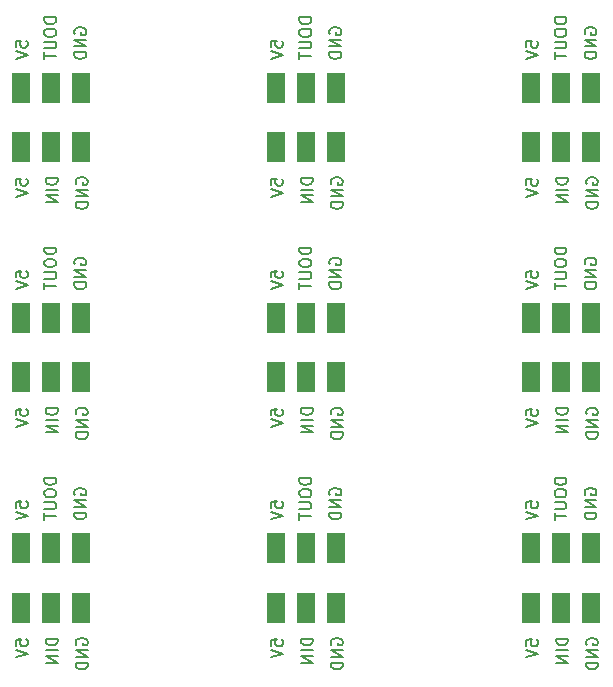
<source format=gbr>
%TF.GenerationSoftware,KiCad,Pcbnew,8.0.4*%
%TF.CreationDate,2024-10-17T14:22:23+11:00*%
%TF.ProjectId,panel,70616e65-6c2e-46b6-9963-61645f706362,rev?*%
%TF.SameCoordinates,Original*%
%TF.FileFunction,Legend,Bot*%
%TF.FilePolarity,Positive*%
%FSLAX46Y46*%
G04 Gerber Fmt 4.6, Leading zero omitted, Abs format (unit mm)*
G04 Created by KiCad (PCBNEW 8.0.4) date 2024-10-17 14:22:23*
%MOMM*%
%LPD*%
G01*
G04 APERTURE LIST*
G04 Aperture macros list*
%AMRoundRect*
0 Rectangle with rounded corners*
0 $1 Rounding radius*
0 $2 $3 $4 $5 $6 $7 $8 $9 X,Y pos of 4 corners*
0 Add a 4 corners polygon primitive as box body*
4,1,4,$2,$3,$4,$5,$6,$7,$8,$9,$2,$3,0*
0 Add four circle primitives for the rounded corners*
1,1,$1+$1,$2,$3*
1,1,$1+$1,$4,$5*
1,1,$1+$1,$6,$7*
1,1,$1+$1,$8,$9*
0 Add four rect primitives between the rounded corners*
20,1,$1+$1,$2,$3,$4,$5,0*
20,1,$1+$1,$4,$5,$6,$7,0*
20,1,$1+$1,$6,$7,$8,$9,0*
20,1,$1+$1,$8,$9,$2,$3,0*%
G04 Aperture macros list end*
%ADD10C,0.200000*%
%ADD11C,1.152000*%
%ADD12RoundRect,0.750000X-0.000010X1.250000X-0.000010X-1.250000X0.000010X-1.250000X0.000010X1.250000X0*%
%ADD13C,2.000000*%
G04 APERTURE END LIST*
D10*
X19958838Y-22400482D02*
X19911219Y-22305244D01*
X19911219Y-22305244D02*
X19911219Y-22162387D01*
X19911219Y-22162387D02*
X19958838Y-22019530D01*
X19958838Y-22019530D02*
X20054076Y-21924292D01*
X20054076Y-21924292D02*
X20149314Y-21876673D01*
X20149314Y-21876673D02*
X20339790Y-21829054D01*
X20339790Y-21829054D02*
X20482647Y-21829054D01*
X20482647Y-21829054D02*
X20673123Y-21876673D01*
X20673123Y-21876673D02*
X20768361Y-21924292D01*
X20768361Y-21924292D02*
X20863600Y-22019530D01*
X20863600Y-22019530D02*
X20911219Y-22162387D01*
X20911219Y-22162387D02*
X20911219Y-22257625D01*
X20911219Y-22257625D02*
X20863600Y-22400482D01*
X20863600Y-22400482D02*
X20815980Y-22448101D01*
X20815980Y-22448101D02*
X20482647Y-22448101D01*
X20482647Y-22448101D02*
X20482647Y-22257625D01*
X20911219Y-22876673D02*
X19911219Y-22876673D01*
X19911219Y-22876673D02*
X20911219Y-23448101D01*
X20911219Y-23448101D02*
X19911219Y-23448101D01*
X20911219Y-23924292D02*
X19911219Y-23924292D01*
X19911219Y-23924292D02*
X19911219Y-24162387D01*
X19911219Y-24162387D02*
X19958838Y-24305244D01*
X19958838Y-24305244D02*
X20054076Y-24400482D01*
X20054076Y-24400482D02*
X20149314Y-24448101D01*
X20149314Y-24448101D02*
X20339790Y-24495720D01*
X20339790Y-24495720D02*
X20482647Y-24495720D01*
X20482647Y-24495720D02*
X20673123Y-24448101D01*
X20673123Y-24448101D02*
X20768361Y-24400482D01*
X20768361Y-24400482D02*
X20863600Y-24305244D01*
X20863600Y-24305244D02*
X20911219Y-24162387D01*
X20911219Y-24162387D02*
X20911219Y-23924292D01*
X36431219Y-41979863D02*
X36431219Y-41503673D01*
X36431219Y-41503673D02*
X36907409Y-41456054D01*
X36907409Y-41456054D02*
X36859790Y-41503673D01*
X36859790Y-41503673D02*
X36812171Y-41598911D01*
X36812171Y-41598911D02*
X36812171Y-41837006D01*
X36812171Y-41837006D02*
X36859790Y-41932244D01*
X36859790Y-41932244D02*
X36907409Y-41979863D01*
X36907409Y-41979863D02*
X37002647Y-42027482D01*
X37002647Y-42027482D02*
X37240742Y-42027482D01*
X37240742Y-42027482D02*
X37335980Y-41979863D01*
X37335980Y-41979863D02*
X37383600Y-41932244D01*
X37383600Y-41932244D02*
X37431219Y-41837006D01*
X37431219Y-41837006D02*
X37431219Y-41598911D01*
X37431219Y-41598911D02*
X37383600Y-41503673D01*
X37383600Y-41503673D02*
X37335980Y-41456054D01*
X36431219Y-42313197D02*
X37431219Y-42646530D01*
X37431219Y-42646530D02*
X36431219Y-42979863D01*
X14831219Y-10795863D02*
X14831219Y-10319673D01*
X14831219Y-10319673D02*
X15307409Y-10272054D01*
X15307409Y-10272054D02*
X15259790Y-10319673D01*
X15259790Y-10319673D02*
X15212171Y-10414911D01*
X15212171Y-10414911D02*
X15212171Y-10653006D01*
X15212171Y-10653006D02*
X15259790Y-10748244D01*
X15259790Y-10748244D02*
X15307409Y-10795863D01*
X15307409Y-10795863D02*
X15402647Y-10843482D01*
X15402647Y-10843482D02*
X15640742Y-10843482D01*
X15640742Y-10843482D02*
X15735980Y-10795863D01*
X15735980Y-10795863D02*
X15783600Y-10748244D01*
X15783600Y-10748244D02*
X15831219Y-10653006D01*
X15831219Y-10653006D02*
X15831219Y-10414911D01*
X15831219Y-10414911D02*
X15783600Y-10319673D01*
X15783600Y-10319673D02*
X15735980Y-10272054D01*
X14831219Y-11129197D02*
X15831219Y-11462530D01*
X15831219Y-11462530D02*
X14831219Y-11795863D01*
X18371219Y-60876673D02*
X17371219Y-60876673D01*
X17371219Y-60876673D02*
X17371219Y-61114768D01*
X17371219Y-61114768D02*
X17418838Y-61257625D01*
X17418838Y-61257625D02*
X17514076Y-61352863D01*
X17514076Y-61352863D02*
X17609314Y-61400482D01*
X17609314Y-61400482D02*
X17799790Y-61448101D01*
X17799790Y-61448101D02*
X17942647Y-61448101D01*
X17942647Y-61448101D02*
X18133123Y-61400482D01*
X18133123Y-61400482D02*
X18228361Y-61352863D01*
X18228361Y-61352863D02*
X18323600Y-61257625D01*
X18323600Y-61257625D02*
X18371219Y-61114768D01*
X18371219Y-61114768D02*
X18371219Y-60876673D01*
X18371219Y-61876673D02*
X17371219Y-61876673D01*
X18371219Y-62352863D02*
X17371219Y-62352863D01*
X17371219Y-62352863D02*
X18371219Y-62924291D01*
X18371219Y-62924291D02*
X17371219Y-62924291D01*
X39844219Y-27787673D02*
X38844219Y-27787673D01*
X38844219Y-27787673D02*
X38844219Y-28025768D01*
X38844219Y-28025768D02*
X38891838Y-28168625D01*
X38891838Y-28168625D02*
X38987076Y-28263863D01*
X38987076Y-28263863D02*
X39082314Y-28311482D01*
X39082314Y-28311482D02*
X39272790Y-28359101D01*
X39272790Y-28359101D02*
X39415647Y-28359101D01*
X39415647Y-28359101D02*
X39606123Y-28311482D01*
X39606123Y-28311482D02*
X39701361Y-28263863D01*
X39701361Y-28263863D02*
X39796600Y-28168625D01*
X39796600Y-28168625D02*
X39844219Y-28025768D01*
X39844219Y-28025768D02*
X39844219Y-27787673D01*
X38844219Y-28978149D02*
X38844219Y-29168625D01*
X38844219Y-29168625D02*
X38891838Y-29263863D01*
X38891838Y-29263863D02*
X38987076Y-29359101D01*
X38987076Y-29359101D02*
X39177552Y-29406720D01*
X39177552Y-29406720D02*
X39510885Y-29406720D01*
X39510885Y-29406720D02*
X39701361Y-29359101D01*
X39701361Y-29359101D02*
X39796600Y-29263863D01*
X39796600Y-29263863D02*
X39844219Y-29168625D01*
X39844219Y-29168625D02*
X39844219Y-28978149D01*
X39844219Y-28978149D02*
X39796600Y-28882911D01*
X39796600Y-28882911D02*
X39701361Y-28787673D01*
X39701361Y-28787673D02*
X39510885Y-28740054D01*
X39510885Y-28740054D02*
X39177552Y-28740054D01*
X39177552Y-28740054D02*
X38987076Y-28787673D01*
X38987076Y-28787673D02*
X38891838Y-28882911D01*
X38891838Y-28882911D02*
X38844219Y-28978149D01*
X38844219Y-29835292D02*
X39653742Y-29835292D01*
X39653742Y-29835292D02*
X39748980Y-29882911D01*
X39748980Y-29882911D02*
X39796600Y-29930530D01*
X39796600Y-29930530D02*
X39844219Y-30025768D01*
X39844219Y-30025768D02*
X39844219Y-30216244D01*
X39844219Y-30216244D02*
X39796600Y-30311482D01*
X39796600Y-30311482D02*
X39748980Y-30359101D01*
X39748980Y-30359101D02*
X39653742Y-30406720D01*
X39653742Y-30406720D02*
X38844219Y-30406720D01*
X38844219Y-30740054D02*
X38844219Y-31311482D01*
X39844219Y-31025768D02*
X38844219Y-31025768D01*
X36431219Y-10795863D02*
X36431219Y-10319673D01*
X36431219Y-10319673D02*
X36907409Y-10272054D01*
X36907409Y-10272054D02*
X36859790Y-10319673D01*
X36859790Y-10319673D02*
X36812171Y-10414911D01*
X36812171Y-10414911D02*
X36812171Y-10653006D01*
X36812171Y-10653006D02*
X36859790Y-10748244D01*
X36859790Y-10748244D02*
X36907409Y-10795863D01*
X36907409Y-10795863D02*
X37002647Y-10843482D01*
X37002647Y-10843482D02*
X37240742Y-10843482D01*
X37240742Y-10843482D02*
X37335980Y-10795863D01*
X37335980Y-10795863D02*
X37383600Y-10748244D01*
X37383600Y-10748244D02*
X37431219Y-10653006D01*
X37431219Y-10653006D02*
X37431219Y-10414911D01*
X37431219Y-10414911D02*
X37383600Y-10319673D01*
X37383600Y-10319673D02*
X37335980Y-10272054D01*
X36431219Y-11129197D02*
X37431219Y-11462530D01*
X37431219Y-11462530D02*
X36431219Y-11795863D01*
X14831219Y-22479863D02*
X14831219Y-22003673D01*
X14831219Y-22003673D02*
X15307409Y-21956054D01*
X15307409Y-21956054D02*
X15259790Y-22003673D01*
X15259790Y-22003673D02*
X15212171Y-22098911D01*
X15212171Y-22098911D02*
X15212171Y-22337006D01*
X15212171Y-22337006D02*
X15259790Y-22432244D01*
X15259790Y-22432244D02*
X15307409Y-22479863D01*
X15307409Y-22479863D02*
X15402647Y-22527482D01*
X15402647Y-22527482D02*
X15640742Y-22527482D01*
X15640742Y-22527482D02*
X15735980Y-22479863D01*
X15735980Y-22479863D02*
X15783600Y-22432244D01*
X15783600Y-22432244D02*
X15831219Y-22337006D01*
X15831219Y-22337006D02*
X15831219Y-22098911D01*
X15831219Y-22098911D02*
X15783600Y-22003673D01*
X15783600Y-22003673D02*
X15735980Y-21956054D01*
X14831219Y-22813197D02*
X15831219Y-23146530D01*
X15831219Y-23146530D02*
X14831219Y-23479863D01*
X41558838Y-61400482D02*
X41511219Y-61305244D01*
X41511219Y-61305244D02*
X41511219Y-61162387D01*
X41511219Y-61162387D02*
X41558838Y-61019530D01*
X41558838Y-61019530D02*
X41654076Y-60924292D01*
X41654076Y-60924292D02*
X41749314Y-60876673D01*
X41749314Y-60876673D02*
X41939790Y-60829054D01*
X41939790Y-60829054D02*
X42082647Y-60829054D01*
X42082647Y-60829054D02*
X42273123Y-60876673D01*
X42273123Y-60876673D02*
X42368361Y-60924292D01*
X42368361Y-60924292D02*
X42463600Y-61019530D01*
X42463600Y-61019530D02*
X42511219Y-61162387D01*
X42511219Y-61162387D02*
X42511219Y-61257625D01*
X42511219Y-61257625D02*
X42463600Y-61400482D01*
X42463600Y-61400482D02*
X42415980Y-61448101D01*
X42415980Y-61448101D02*
X42082647Y-61448101D01*
X42082647Y-61448101D02*
X42082647Y-61257625D01*
X42511219Y-61876673D02*
X41511219Y-61876673D01*
X41511219Y-61876673D02*
X42511219Y-62448101D01*
X42511219Y-62448101D02*
X41511219Y-62448101D01*
X42511219Y-62924292D02*
X41511219Y-62924292D01*
X41511219Y-62924292D02*
X41511219Y-63162387D01*
X41511219Y-63162387D02*
X41558838Y-63305244D01*
X41558838Y-63305244D02*
X41654076Y-63400482D01*
X41654076Y-63400482D02*
X41749314Y-63448101D01*
X41749314Y-63448101D02*
X41939790Y-63495720D01*
X41939790Y-63495720D02*
X42082647Y-63495720D01*
X42082647Y-63495720D02*
X42273123Y-63448101D01*
X42273123Y-63448101D02*
X42368361Y-63400482D01*
X42368361Y-63400482D02*
X42463600Y-63305244D01*
X42463600Y-63305244D02*
X42511219Y-63162387D01*
X42511219Y-63162387D02*
X42511219Y-62924292D01*
X58031219Y-41979863D02*
X58031219Y-41503673D01*
X58031219Y-41503673D02*
X58507409Y-41456054D01*
X58507409Y-41456054D02*
X58459790Y-41503673D01*
X58459790Y-41503673D02*
X58412171Y-41598911D01*
X58412171Y-41598911D02*
X58412171Y-41837006D01*
X58412171Y-41837006D02*
X58459790Y-41932244D01*
X58459790Y-41932244D02*
X58507409Y-41979863D01*
X58507409Y-41979863D02*
X58602647Y-42027482D01*
X58602647Y-42027482D02*
X58840742Y-42027482D01*
X58840742Y-42027482D02*
X58935980Y-41979863D01*
X58935980Y-41979863D02*
X58983600Y-41932244D01*
X58983600Y-41932244D02*
X59031219Y-41837006D01*
X59031219Y-41837006D02*
X59031219Y-41598911D01*
X59031219Y-41598911D02*
X58983600Y-41503673D01*
X58983600Y-41503673D02*
X58935980Y-41456054D01*
X58031219Y-42313197D02*
X59031219Y-42646530D01*
X59031219Y-42646530D02*
X58031219Y-42979863D01*
X18371219Y-21876673D02*
X17371219Y-21876673D01*
X17371219Y-21876673D02*
X17371219Y-22114768D01*
X17371219Y-22114768D02*
X17418838Y-22257625D01*
X17418838Y-22257625D02*
X17514076Y-22352863D01*
X17514076Y-22352863D02*
X17609314Y-22400482D01*
X17609314Y-22400482D02*
X17799790Y-22448101D01*
X17799790Y-22448101D02*
X17942647Y-22448101D01*
X17942647Y-22448101D02*
X18133123Y-22400482D01*
X18133123Y-22400482D02*
X18228361Y-22352863D01*
X18228361Y-22352863D02*
X18323600Y-22257625D01*
X18323600Y-22257625D02*
X18371219Y-22114768D01*
X18371219Y-22114768D02*
X18371219Y-21876673D01*
X18371219Y-22876673D02*
X17371219Y-22876673D01*
X18371219Y-23352863D02*
X17371219Y-23352863D01*
X17371219Y-23352863D02*
X18371219Y-23924291D01*
X18371219Y-23924291D02*
X17371219Y-23924291D01*
X63031838Y-29200482D02*
X62984219Y-29105244D01*
X62984219Y-29105244D02*
X62984219Y-28962387D01*
X62984219Y-28962387D02*
X63031838Y-28819530D01*
X63031838Y-28819530D02*
X63127076Y-28724292D01*
X63127076Y-28724292D02*
X63222314Y-28676673D01*
X63222314Y-28676673D02*
X63412790Y-28629054D01*
X63412790Y-28629054D02*
X63555647Y-28629054D01*
X63555647Y-28629054D02*
X63746123Y-28676673D01*
X63746123Y-28676673D02*
X63841361Y-28724292D01*
X63841361Y-28724292D02*
X63936600Y-28819530D01*
X63936600Y-28819530D02*
X63984219Y-28962387D01*
X63984219Y-28962387D02*
X63984219Y-29057625D01*
X63984219Y-29057625D02*
X63936600Y-29200482D01*
X63936600Y-29200482D02*
X63888980Y-29248101D01*
X63888980Y-29248101D02*
X63555647Y-29248101D01*
X63555647Y-29248101D02*
X63555647Y-29057625D01*
X63984219Y-29676673D02*
X62984219Y-29676673D01*
X62984219Y-29676673D02*
X63984219Y-30248101D01*
X63984219Y-30248101D02*
X62984219Y-30248101D01*
X63984219Y-30724292D02*
X62984219Y-30724292D01*
X62984219Y-30724292D02*
X62984219Y-30962387D01*
X62984219Y-30962387D02*
X63031838Y-31105244D01*
X63031838Y-31105244D02*
X63127076Y-31200482D01*
X63127076Y-31200482D02*
X63222314Y-31248101D01*
X63222314Y-31248101D02*
X63412790Y-31295720D01*
X63412790Y-31295720D02*
X63555647Y-31295720D01*
X63555647Y-31295720D02*
X63746123Y-31248101D01*
X63746123Y-31248101D02*
X63841361Y-31200482D01*
X63841361Y-31200482D02*
X63936600Y-31105244D01*
X63936600Y-31105244D02*
X63984219Y-30962387D01*
X63984219Y-30962387D02*
X63984219Y-30724292D01*
X61444219Y-47287673D02*
X60444219Y-47287673D01*
X60444219Y-47287673D02*
X60444219Y-47525768D01*
X60444219Y-47525768D02*
X60491838Y-47668625D01*
X60491838Y-47668625D02*
X60587076Y-47763863D01*
X60587076Y-47763863D02*
X60682314Y-47811482D01*
X60682314Y-47811482D02*
X60872790Y-47859101D01*
X60872790Y-47859101D02*
X61015647Y-47859101D01*
X61015647Y-47859101D02*
X61206123Y-47811482D01*
X61206123Y-47811482D02*
X61301361Y-47763863D01*
X61301361Y-47763863D02*
X61396600Y-47668625D01*
X61396600Y-47668625D02*
X61444219Y-47525768D01*
X61444219Y-47525768D02*
X61444219Y-47287673D01*
X60444219Y-48478149D02*
X60444219Y-48668625D01*
X60444219Y-48668625D02*
X60491838Y-48763863D01*
X60491838Y-48763863D02*
X60587076Y-48859101D01*
X60587076Y-48859101D02*
X60777552Y-48906720D01*
X60777552Y-48906720D02*
X61110885Y-48906720D01*
X61110885Y-48906720D02*
X61301361Y-48859101D01*
X61301361Y-48859101D02*
X61396600Y-48763863D01*
X61396600Y-48763863D02*
X61444219Y-48668625D01*
X61444219Y-48668625D02*
X61444219Y-48478149D01*
X61444219Y-48478149D02*
X61396600Y-48382911D01*
X61396600Y-48382911D02*
X61301361Y-48287673D01*
X61301361Y-48287673D02*
X61110885Y-48240054D01*
X61110885Y-48240054D02*
X60777552Y-48240054D01*
X60777552Y-48240054D02*
X60587076Y-48287673D01*
X60587076Y-48287673D02*
X60491838Y-48382911D01*
X60491838Y-48382911D02*
X60444219Y-48478149D01*
X60444219Y-49335292D02*
X61253742Y-49335292D01*
X61253742Y-49335292D02*
X61348980Y-49382911D01*
X61348980Y-49382911D02*
X61396600Y-49430530D01*
X61396600Y-49430530D02*
X61444219Y-49525768D01*
X61444219Y-49525768D02*
X61444219Y-49716244D01*
X61444219Y-49716244D02*
X61396600Y-49811482D01*
X61396600Y-49811482D02*
X61348980Y-49859101D01*
X61348980Y-49859101D02*
X61253742Y-49906720D01*
X61253742Y-49906720D02*
X60444219Y-49906720D01*
X60444219Y-50240054D02*
X60444219Y-50811482D01*
X61444219Y-50525768D02*
X60444219Y-50525768D01*
X58031219Y-61479863D02*
X58031219Y-61003673D01*
X58031219Y-61003673D02*
X58507409Y-60956054D01*
X58507409Y-60956054D02*
X58459790Y-61003673D01*
X58459790Y-61003673D02*
X58412171Y-61098911D01*
X58412171Y-61098911D02*
X58412171Y-61337006D01*
X58412171Y-61337006D02*
X58459790Y-61432244D01*
X58459790Y-61432244D02*
X58507409Y-61479863D01*
X58507409Y-61479863D02*
X58602647Y-61527482D01*
X58602647Y-61527482D02*
X58840742Y-61527482D01*
X58840742Y-61527482D02*
X58935980Y-61479863D01*
X58935980Y-61479863D02*
X58983600Y-61432244D01*
X58983600Y-61432244D02*
X59031219Y-61337006D01*
X59031219Y-61337006D02*
X59031219Y-61098911D01*
X59031219Y-61098911D02*
X58983600Y-61003673D01*
X58983600Y-61003673D02*
X58935980Y-60956054D01*
X58031219Y-61813197D02*
X59031219Y-62146530D01*
X59031219Y-62146530D02*
X58031219Y-62479863D01*
X61571219Y-21876673D02*
X60571219Y-21876673D01*
X60571219Y-21876673D02*
X60571219Y-22114768D01*
X60571219Y-22114768D02*
X60618838Y-22257625D01*
X60618838Y-22257625D02*
X60714076Y-22352863D01*
X60714076Y-22352863D02*
X60809314Y-22400482D01*
X60809314Y-22400482D02*
X60999790Y-22448101D01*
X60999790Y-22448101D02*
X61142647Y-22448101D01*
X61142647Y-22448101D02*
X61333123Y-22400482D01*
X61333123Y-22400482D02*
X61428361Y-22352863D01*
X61428361Y-22352863D02*
X61523600Y-22257625D01*
X61523600Y-22257625D02*
X61571219Y-22114768D01*
X61571219Y-22114768D02*
X61571219Y-21876673D01*
X61571219Y-22876673D02*
X60571219Y-22876673D01*
X61571219Y-23352863D02*
X60571219Y-23352863D01*
X60571219Y-23352863D02*
X61571219Y-23924291D01*
X61571219Y-23924291D02*
X60571219Y-23924291D01*
X19958838Y-61400482D02*
X19911219Y-61305244D01*
X19911219Y-61305244D02*
X19911219Y-61162387D01*
X19911219Y-61162387D02*
X19958838Y-61019530D01*
X19958838Y-61019530D02*
X20054076Y-60924292D01*
X20054076Y-60924292D02*
X20149314Y-60876673D01*
X20149314Y-60876673D02*
X20339790Y-60829054D01*
X20339790Y-60829054D02*
X20482647Y-60829054D01*
X20482647Y-60829054D02*
X20673123Y-60876673D01*
X20673123Y-60876673D02*
X20768361Y-60924292D01*
X20768361Y-60924292D02*
X20863600Y-61019530D01*
X20863600Y-61019530D02*
X20911219Y-61162387D01*
X20911219Y-61162387D02*
X20911219Y-61257625D01*
X20911219Y-61257625D02*
X20863600Y-61400482D01*
X20863600Y-61400482D02*
X20815980Y-61448101D01*
X20815980Y-61448101D02*
X20482647Y-61448101D01*
X20482647Y-61448101D02*
X20482647Y-61257625D01*
X20911219Y-61876673D02*
X19911219Y-61876673D01*
X19911219Y-61876673D02*
X20911219Y-62448101D01*
X20911219Y-62448101D02*
X19911219Y-62448101D01*
X20911219Y-62924292D02*
X19911219Y-62924292D01*
X19911219Y-62924292D02*
X19911219Y-63162387D01*
X19911219Y-63162387D02*
X19958838Y-63305244D01*
X19958838Y-63305244D02*
X20054076Y-63400482D01*
X20054076Y-63400482D02*
X20149314Y-63448101D01*
X20149314Y-63448101D02*
X20339790Y-63495720D01*
X20339790Y-63495720D02*
X20482647Y-63495720D01*
X20482647Y-63495720D02*
X20673123Y-63448101D01*
X20673123Y-63448101D02*
X20768361Y-63400482D01*
X20768361Y-63400482D02*
X20863600Y-63305244D01*
X20863600Y-63305244D02*
X20911219Y-63162387D01*
X20911219Y-63162387D02*
X20911219Y-62924292D01*
X41558838Y-41900482D02*
X41511219Y-41805244D01*
X41511219Y-41805244D02*
X41511219Y-41662387D01*
X41511219Y-41662387D02*
X41558838Y-41519530D01*
X41558838Y-41519530D02*
X41654076Y-41424292D01*
X41654076Y-41424292D02*
X41749314Y-41376673D01*
X41749314Y-41376673D02*
X41939790Y-41329054D01*
X41939790Y-41329054D02*
X42082647Y-41329054D01*
X42082647Y-41329054D02*
X42273123Y-41376673D01*
X42273123Y-41376673D02*
X42368361Y-41424292D01*
X42368361Y-41424292D02*
X42463600Y-41519530D01*
X42463600Y-41519530D02*
X42511219Y-41662387D01*
X42511219Y-41662387D02*
X42511219Y-41757625D01*
X42511219Y-41757625D02*
X42463600Y-41900482D01*
X42463600Y-41900482D02*
X42415980Y-41948101D01*
X42415980Y-41948101D02*
X42082647Y-41948101D01*
X42082647Y-41948101D02*
X42082647Y-41757625D01*
X42511219Y-42376673D02*
X41511219Y-42376673D01*
X41511219Y-42376673D02*
X42511219Y-42948101D01*
X42511219Y-42948101D02*
X41511219Y-42948101D01*
X42511219Y-43424292D02*
X41511219Y-43424292D01*
X41511219Y-43424292D02*
X41511219Y-43662387D01*
X41511219Y-43662387D02*
X41558838Y-43805244D01*
X41558838Y-43805244D02*
X41654076Y-43900482D01*
X41654076Y-43900482D02*
X41749314Y-43948101D01*
X41749314Y-43948101D02*
X41939790Y-43995720D01*
X41939790Y-43995720D02*
X42082647Y-43995720D01*
X42082647Y-43995720D02*
X42273123Y-43948101D01*
X42273123Y-43948101D02*
X42368361Y-43900482D01*
X42368361Y-43900482D02*
X42463600Y-43805244D01*
X42463600Y-43805244D02*
X42511219Y-43662387D01*
X42511219Y-43662387D02*
X42511219Y-43424292D01*
X61571219Y-41376673D02*
X60571219Y-41376673D01*
X60571219Y-41376673D02*
X60571219Y-41614768D01*
X60571219Y-41614768D02*
X60618838Y-41757625D01*
X60618838Y-41757625D02*
X60714076Y-41852863D01*
X60714076Y-41852863D02*
X60809314Y-41900482D01*
X60809314Y-41900482D02*
X60999790Y-41948101D01*
X60999790Y-41948101D02*
X61142647Y-41948101D01*
X61142647Y-41948101D02*
X61333123Y-41900482D01*
X61333123Y-41900482D02*
X61428361Y-41852863D01*
X61428361Y-41852863D02*
X61523600Y-41757625D01*
X61523600Y-41757625D02*
X61571219Y-41614768D01*
X61571219Y-41614768D02*
X61571219Y-41376673D01*
X61571219Y-42376673D02*
X60571219Y-42376673D01*
X61571219Y-42852863D02*
X60571219Y-42852863D01*
X60571219Y-42852863D02*
X61571219Y-43424291D01*
X61571219Y-43424291D02*
X60571219Y-43424291D01*
X41431838Y-48700482D02*
X41384219Y-48605244D01*
X41384219Y-48605244D02*
X41384219Y-48462387D01*
X41384219Y-48462387D02*
X41431838Y-48319530D01*
X41431838Y-48319530D02*
X41527076Y-48224292D01*
X41527076Y-48224292D02*
X41622314Y-48176673D01*
X41622314Y-48176673D02*
X41812790Y-48129054D01*
X41812790Y-48129054D02*
X41955647Y-48129054D01*
X41955647Y-48129054D02*
X42146123Y-48176673D01*
X42146123Y-48176673D02*
X42241361Y-48224292D01*
X42241361Y-48224292D02*
X42336600Y-48319530D01*
X42336600Y-48319530D02*
X42384219Y-48462387D01*
X42384219Y-48462387D02*
X42384219Y-48557625D01*
X42384219Y-48557625D02*
X42336600Y-48700482D01*
X42336600Y-48700482D02*
X42288980Y-48748101D01*
X42288980Y-48748101D02*
X41955647Y-48748101D01*
X41955647Y-48748101D02*
X41955647Y-48557625D01*
X42384219Y-49176673D02*
X41384219Y-49176673D01*
X41384219Y-49176673D02*
X42384219Y-49748101D01*
X42384219Y-49748101D02*
X41384219Y-49748101D01*
X42384219Y-50224292D02*
X41384219Y-50224292D01*
X41384219Y-50224292D02*
X41384219Y-50462387D01*
X41384219Y-50462387D02*
X41431838Y-50605244D01*
X41431838Y-50605244D02*
X41527076Y-50700482D01*
X41527076Y-50700482D02*
X41622314Y-50748101D01*
X41622314Y-50748101D02*
X41812790Y-50795720D01*
X41812790Y-50795720D02*
X41955647Y-50795720D01*
X41955647Y-50795720D02*
X42146123Y-50748101D01*
X42146123Y-50748101D02*
X42241361Y-50700482D01*
X42241361Y-50700482D02*
X42336600Y-50605244D01*
X42336600Y-50605244D02*
X42384219Y-50462387D01*
X42384219Y-50462387D02*
X42384219Y-50224292D01*
X63158838Y-61400482D02*
X63111219Y-61305244D01*
X63111219Y-61305244D02*
X63111219Y-61162387D01*
X63111219Y-61162387D02*
X63158838Y-61019530D01*
X63158838Y-61019530D02*
X63254076Y-60924292D01*
X63254076Y-60924292D02*
X63349314Y-60876673D01*
X63349314Y-60876673D02*
X63539790Y-60829054D01*
X63539790Y-60829054D02*
X63682647Y-60829054D01*
X63682647Y-60829054D02*
X63873123Y-60876673D01*
X63873123Y-60876673D02*
X63968361Y-60924292D01*
X63968361Y-60924292D02*
X64063600Y-61019530D01*
X64063600Y-61019530D02*
X64111219Y-61162387D01*
X64111219Y-61162387D02*
X64111219Y-61257625D01*
X64111219Y-61257625D02*
X64063600Y-61400482D01*
X64063600Y-61400482D02*
X64015980Y-61448101D01*
X64015980Y-61448101D02*
X63682647Y-61448101D01*
X63682647Y-61448101D02*
X63682647Y-61257625D01*
X64111219Y-61876673D02*
X63111219Y-61876673D01*
X63111219Y-61876673D02*
X64111219Y-62448101D01*
X64111219Y-62448101D02*
X63111219Y-62448101D01*
X64111219Y-62924292D02*
X63111219Y-62924292D01*
X63111219Y-62924292D02*
X63111219Y-63162387D01*
X63111219Y-63162387D02*
X63158838Y-63305244D01*
X63158838Y-63305244D02*
X63254076Y-63400482D01*
X63254076Y-63400482D02*
X63349314Y-63448101D01*
X63349314Y-63448101D02*
X63539790Y-63495720D01*
X63539790Y-63495720D02*
X63682647Y-63495720D01*
X63682647Y-63495720D02*
X63873123Y-63448101D01*
X63873123Y-63448101D02*
X63968361Y-63400482D01*
X63968361Y-63400482D02*
X64063600Y-63305244D01*
X64063600Y-63305244D02*
X64111219Y-63162387D01*
X64111219Y-63162387D02*
X64111219Y-62924292D01*
X58031219Y-10795863D02*
X58031219Y-10319673D01*
X58031219Y-10319673D02*
X58507409Y-10272054D01*
X58507409Y-10272054D02*
X58459790Y-10319673D01*
X58459790Y-10319673D02*
X58412171Y-10414911D01*
X58412171Y-10414911D02*
X58412171Y-10653006D01*
X58412171Y-10653006D02*
X58459790Y-10748244D01*
X58459790Y-10748244D02*
X58507409Y-10795863D01*
X58507409Y-10795863D02*
X58602647Y-10843482D01*
X58602647Y-10843482D02*
X58840742Y-10843482D01*
X58840742Y-10843482D02*
X58935980Y-10795863D01*
X58935980Y-10795863D02*
X58983600Y-10748244D01*
X58983600Y-10748244D02*
X59031219Y-10653006D01*
X59031219Y-10653006D02*
X59031219Y-10414911D01*
X59031219Y-10414911D02*
X58983600Y-10319673D01*
X58983600Y-10319673D02*
X58935980Y-10272054D01*
X58031219Y-11129197D02*
X59031219Y-11462530D01*
X59031219Y-11462530D02*
X58031219Y-11795863D01*
X58031219Y-30295863D02*
X58031219Y-29819673D01*
X58031219Y-29819673D02*
X58507409Y-29772054D01*
X58507409Y-29772054D02*
X58459790Y-29819673D01*
X58459790Y-29819673D02*
X58412171Y-29914911D01*
X58412171Y-29914911D02*
X58412171Y-30153006D01*
X58412171Y-30153006D02*
X58459790Y-30248244D01*
X58459790Y-30248244D02*
X58507409Y-30295863D01*
X58507409Y-30295863D02*
X58602647Y-30343482D01*
X58602647Y-30343482D02*
X58840742Y-30343482D01*
X58840742Y-30343482D02*
X58935980Y-30295863D01*
X58935980Y-30295863D02*
X58983600Y-30248244D01*
X58983600Y-30248244D02*
X59031219Y-30153006D01*
X59031219Y-30153006D02*
X59031219Y-29914911D01*
X59031219Y-29914911D02*
X58983600Y-29819673D01*
X58983600Y-29819673D02*
X58935980Y-29772054D01*
X58031219Y-30629197D02*
X59031219Y-30962530D01*
X59031219Y-30962530D02*
X58031219Y-31295863D01*
X36431219Y-22479863D02*
X36431219Y-22003673D01*
X36431219Y-22003673D02*
X36907409Y-21956054D01*
X36907409Y-21956054D02*
X36859790Y-22003673D01*
X36859790Y-22003673D02*
X36812171Y-22098911D01*
X36812171Y-22098911D02*
X36812171Y-22337006D01*
X36812171Y-22337006D02*
X36859790Y-22432244D01*
X36859790Y-22432244D02*
X36907409Y-22479863D01*
X36907409Y-22479863D02*
X37002647Y-22527482D01*
X37002647Y-22527482D02*
X37240742Y-22527482D01*
X37240742Y-22527482D02*
X37335980Y-22479863D01*
X37335980Y-22479863D02*
X37383600Y-22432244D01*
X37383600Y-22432244D02*
X37431219Y-22337006D01*
X37431219Y-22337006D02*
X37431219Y-22098911D01*
X37431219Y-22098911D02*
X37383600Y-22003673D01*
X37383600Y-22003673D02*
X37335980Y-21956054D01*
X36431219Y-22813197D02*
X37431219Y-23146530D01*
X37431219Y-23146530D02*
X36431219Y-23479863D01*
X14831219Y-61479863D02*
X14831219Y-61003673D01*
X14831219Y-61003673D02*
X15307409Y-60956054D01*
X15307409Y-60956054D02*
X15259790Y-61003673D01*
X15259790Y-61003673D02*
X15212171Y-61098911D01*
X15212171Y-61098911D02*
X15212171Y-61337006D01*
X15212171Y-61337006D02*
X15259790Y-61432244D01*
X15259790Y-61432244D02*
X15307409Y-61479863D01*
X15307409Y-61479863D02*
X15402647Y-61527482D01*
X15402647Y-61527482D02*
X15640742Y-61527482D01*
X15640742Y-61527482D02*
X15735980Y-61479863D01*
X15735980Y-61479863D02*
X15783600Y-61432244D01*
X15783600Y-61432244D02*
X15831219Y-61337006D01*
X15831219Y-61337006D02*
X15831219Y-61098911D01*
X15831219Y-61098911D02*
X15783600Y-61003673D01*
X15783600Y-61003673D02*
X15735980Y-60956054D01*
X14831219Y-61813197D02*
X15831219Y-62146530D01*
X15831219Y-62146530D02*
X14831219Y-62479863D01*
X36431219Y-61479863D02*
X36431219Y-61003673D01*
X36431219Y-61003673D02*
X36907409Y-60956054D01*
X36907409Y-60956054D02*
X36859790Y-61003673D01*
X36859790Y-61003673D02*
X36812171Y-61098911D01*
X36812171Y-61098911D02*
X36812171Y-61337006D01*
X36812171Y-61337006D02*
X36859790Y-61432244D01*
X36859790Y-61432244D02*
X36907409Y-61479863D01*
X36907409Y-61479863D02*
X37002647Y-61527482D01*
X37002647Y-61527482D02*
X37240742Y-61527482D01*
X37240742Y-61527482D02*
X37335980Y-61479863D01*
X37335980Y-61479863D02*
X37383600Y-61432244D01*
X37383600Y-61432244D02*
X37431219Y-61337006D01*
X37431219Y-61337006D02*
X37431219Y-61098911D01*
X37431219Y-61098911D02*
X37383600Y-61003673D01*
X37383600Y-61003673D02*
X37335980Y-60956054D01*
X36431219Y-61813197D02*
X37431219Y-62146530D01*
X37431219Y-62146530D02*
X36431219Y-62479863D01*
X14831219Y-41979863D02*
X14831219Y-41503673D01*
X14831219Y-41503673D02*
X15307409Y-41456054D01*
X15307409Y-41456054D02*
X15259790Y-41503673D01*
X15259790Y-41503673D02*
X15212171Y-41598911D01*
X15212171Y-41598911D02*
X15212171Y-41837006D01*
X15212171Y-41837006D02*
X15259790Y-41932244D01*
X15259790Y-41932244D02*
X15307409Y-41979863D01*
X15307409Y-41979863D02*
X15402647Y-42027482D01*
X15402647Y-42027482D02*
X15640742Y-42027482D01*
X15640742Y-42027482D02*
X15735980Y-41979863D01*
X15735980Y-41979863D02*
X15783600Y-41932244D01*
X15783600Y-41932244D02*
X15831219Y-41837006D01*
X15831219Y-41837006D02*
X15831219Y-41598911D01*
X15831219Y-41598911D02*
X15783600Y-41503673D01*
X15783600Y-41503673D02*
X15735980Y-41456054D01*
X14831219Y-42313197D02*
X15831219Y-42646530D01*
X15831219Y-42646530D02*
X14831219Y-42979863D01*
X58031219Y-22479863D02*
X58031219Y-22003673D01*
X58031219Y-22003673D02*
X58507409Y-21956054D01*
X58507409Y-21956054D02*
X58459790Y-22003673D01*
X58459790Y-22003673D02*
X58412171Y-22098911D01*
X58412171Y-22098911D02*
X58412171Y-22337006D01*
X58412171Y-22337006D02*
X58459790Y-22432244D01*
X58459790Y-22432244D02*
X58507409Y-22479863D01*
X58507409Y-22479863D02*
X58602647Y-22527482D01*
X58602647Y-22527482D02*
X58840742Y-22527482D01*
X58840742Y-22527482D02*
X58935980Y-22479863D01*
X58935980Y-22479863D02*
X58983600Y-22432244D01*
X58983600Y-22432244D02*
X59031219Y-22337006D01*
X59031219Y-22337006D02*
X59031219Y-22098911D01*
X59031219Y-22098911D02*
X58983600Y-22003673D01*
X58983600Y-22003673D02*
X58935980Y-21956054D01*
X58031219Y-22813197D02*
X59031219Y-23146530D01*
X59031219Y-23146530D02*
X58031219Y-23479863D01*
X19958838Y-41900482D02*
X19911219Y-41805244D01*
X19911219Y-41805244D02*
X19911219Y-41662387D01*
X19911219Y-41662387D02*
X19958838Y-41519530D01*
X19958838Y-41519530D02*
X20054076Y-41424292D01*
X20054076Y-41424292D02*
X20149314Y-41376673D01*
X20149314Y-41376673D02*
X20339790Y-41329054D01*
X20339790Y-41329054D02*
X20482647Y-41329054D01*
X20482647Y-41329054D02*
X20673123Y-41376673D01*
X20673123Y-41376673D02*
X20768361Y-41424292D01*
X20768361Y-41424292D02*
X20863600Y-41519530D01*
X20863600Y-41519530D02*
X20911219Y-41662387D01*
X20911219Y-41662387D02*
X20911219Y-41757625D01*
X20911219Y-41757625D02*
X20863600Y-41900482D01*
X20863600Y-41900482D02*
X20815980Y-41948101D01*
X20815980Y-41948101D02*
X20482647Y-41948101D01*
X20482647Y-41948101D02*
X20482647Y-41757625D01*
X20911219Y-42376673D02*
X19911219Y-42376673D01*
X19911219Y-42376673D02*
X20911219Y-42948101D01*
X20911219Y-42948101D02*
X19911219Y-42948101D01*
X20911219Y-43424292D02*
X19911219Y-43424292D01*
X19911219Y-43424292D02*
X19911219Y-43662387D01*
X19911219Y-43662387D02*
X19958838Y-43805244D01*
X19958838Y-43805244D02*
X20054076Y-43900482D01*
X20054076Y-43900482D02*
X20149314Y-43948101D01*
X20149314Y-43948101D02*
X20339790Y-43995720D01*
X20339790Y-43995720D02*
X20482647Y-43995720D01*
X20482647Y-43995720D02*
X20673123Y-43948101D01*
X20673123Y-43948101D02*
X20768361Y-43900482D01*
X20768361Y-43900482D02*
X20863600Y-43805244D01*
X20863600Y-43805244D02*
X20911219Y-43662387D01*
X20911219Y-43662387D02*
X20911219Y-43424292D01*
X18244219Y-47287673D02*
X17244219Y-47287673D01*
X17244219Y-47287673D02*
X17244219Y-47525768D01*
X17244219Y-47525768D02*
X17291838Y-47668625D01*
X17291838Y-47668625D02*
X17387076Y-47763863D01*
X17387076Y-47763863D02*
X17482314Y-47811482D01*
X17482314Y-47811482D02*
X17672790Y-47859101D01*
X17672790Y-47859101D02*
X17815647Y-47859101D01*
X17815647Y-47859101D02*
X18006123Y-47811482D01*
X18006123Y-47811482D02*
X18101361Y-47763863D01*
X18101361Y-47763863D02*
X18196600Y-47668625D01*
X18196600Y-47668625D02*
X18244219Y-47525768D01*
X18244219Y-47525768D02*
X18244219Y-47287673D01*
X17244219Y-48478149D02*
X17244219Y-48668625D01*
X17244219Y-48668625D02*
X17291838Y-48763863D01*
X17291838Y-48763863D02*
X17387076Y-48859101D01*
X17387076Y-48859101D02*
X17577552Y-48906720D01*
X17577552Y-48906720D02*
X17910885Y-48906720D01*
X17910885Y-48906720D02*
X18101361Y-48859101D01*
X18101361Y-48859101D02*
X18196600Y-48763863D01*
X18196600Y-48763863D02*
X18244219Y-48668625D01*
X18244219Y-48668625D02*
X18244219Y-48478149D01*
X18244219Y-48478149D02*
X18196600Y-48382911D01*
X18196600Y-48382911D02*
X18101361Y-48287673D01*
X18101361Y-48287673D02*
X17910885Y-48240054D01*
X17910885Y-48240054D02*
X17577552Y-48240054D01*
X17577552Y-48240054D02*
X17387076Y-48287673D01*
X17387076Y-48287673D02*
X17291838Y-48382911D01*
X17291838Y-48382911D02*
X17244219Y-48478149D01*
X17244219Y-49335292D02*
X18053742Y-49335292D01*
X18053742Y-49335292D02*
X18148980Y-49382911D01*
X18148980Y-49382911D02*
X18196600Y-49430530D01*
X18196600Y-49430530D02*
X18244219Y-49525768D01*
X18244219Y-49525768D02*
X18244219Y-49716244D01*
X18244219Y-49716244D02*
X18196600Y-49811482D01*
X18196600Y-49811482D02*
X18148980Y-49859101D01*
X18148980Y-49859101D02*
X18053742Y-49906720D01*
X18053742Y-49906720D02*
X17244219Y-49906720D01*
X17244219Y-50240054D02*
X17244219Y-50811482D01*
X18244219Y-50525768D02*
X17244219Y-50525768D01*
X39844219Y-47287673D02*
X38844219Y-47287673D01*
X38844219Y-47287673D02*
X38844219Y-47525768D01*
X38844219Y-47525768D02*
X38891838Y-47668625D01*
X38891838Y-47668625D02*
X38987076Y-47763863D01*
X38987076Y-47763863D02*
X39082314Y-47811482D01*
X39082314Y-47811482D02*
X39272790Y-47859101D01*
X39272790Y-47859101D02*
X39415647Y-47859101D01*
X39415647Y-47859101D02*
X39606123Y-47811482D01*
X39606123Y-47811482D02*
X39701361Y-47763863D01*
X39701361Y-47763863D02*
X39796600Y-47668625D01*
X39796600Y-47668625D02*
X39844219Y-47525768D01*
X39844219Y-47525768D02*
X39844219Y-47287673D01*
X38844219Y-48478149D02*
X38844219Y-48668625D01*
X38844219Y-48668625D02*
X38891838Y-48763863D01*
X38891838Y-48763863D02*
X38987076Y-48859101D01*
X38987076Y-48859101D02*
X39177552Y-48906720D01*
X39177552Y-48906720D02*
X39510885Y-48906720D01*
X39510885Y-48906720D02*
X39701361Y-48859101D01*
X39701361Y-48859101D02*
X39796600Y-48763863D01*
X39796600Y-48763863D02*
X39844219Y-48668625D01*
X39844219Y-48668625D02*
X39844219Y-48478149D01*
X39844219Y-48478149D02*
X39796600Y-48382911D01*
X39796600Y-48382911D02*
X39701361Y-48287673D01*
X39701361Y-48287673D02*
X39510885Y-48240054D01*
X39510885Y-48240054D02*
X39177552Y-48240054D01*
X39177552Y-48240054D02*
X38987076Y-48287673D01*
X38987076Y-48287673D02*
X38891838Y-48382911D01*
X38891838Y-48382911D02*
X38844219Y-48478149D01*
X38844219Y-49335292D02*
X39653742Y-49335292D01*
X39653742Y-49335292D02*
X39748980Y-49382911D01*
X39748980Y-49382911D02*
X39796600Y-49430530D01*
X39796600Y-49430530D02*
X39844219Y-49525768D01*
X39844219Y-49525768D02*
X39844219Y-49716244D01*
X39844219Y-49716244D02*
X39796600Y-49811482D01*
X39796600Y-49811482D02*
X39748980Y-49859101D01*
X39748980Y-49859101D02*
X39653742Y-49906720D01*
X39653742Y-49906720D02*
X38844219Y-49906720D01*
X38844219Y-50240054D02*
X38844219Y-50811482D01*
X39844219Y-50525768D02*
X38844219Y-50525768D01*
X19831838Y-9700482D02*
X19784219Y-9605244D01*
X19784219Y-9605244D02*
X19784219Y-9462387D01*
X19784219Y-9462387D02*
X19831838Y-9319530D01*
X19831838Y-9319530D02*
X19927076Y-9224292D01*
X19927076Y-9224292D02*
X20022314Y-9176673D01*
X20022314Y-9176673D02*
X20212790Y-9129054D01*
X20212790Y-9129054D02*
X20355647Y-9129054D01*
X20355647Y-9129054D02*
X20546123Y-9176673D01*
X20546123Y-9176673D02*
X20641361Y-9224292D01*
X20641361Y-9224292D02*
X20736600Y-9319530D01*
X20736600Y-9319530D02*
X20784219Y-9462387D01*
X20784219Y-9462387D02*
X20784219Y-9557625D01*
X20784219Y-9557625D02*
X20736600Y-9700482D01*
X20736600Y-9700482D02*
X20688980Y-9748101D01*
X20688980Y-9748101D02*
X20355647Y-9748101D01*
X20355647Y-9748101D02*
X20355647Y-9557625D01*
X20784219Y-10176673D02*
X19784219Y-10176673D01*
X19784219Y-10176673D02*
X20784219Y-10748101D01*
X20784219Y-10748101D02*
X19784219Y-10748101D01*
X20784219Y-11224292D02*
X19784219Y-11224292D01*
X19784219Y-11224292D02*
X19784219Y-11462387D01*
X19784219Y-11462387D02*
X19831838Y-11605244D01*
X19831838Y-11605244D02*
X19927076Y-11700482D01*
X19927076Y-11700482D02*
X20022314Y-11748101D01*
X20022314Y-11748101D02*
X20212790Y-11795720D01*
X20212790Y-11795720D02*
X20355647Y-11795720D01*
X20355647Y-11795720D02*
X20546123Y-11748101D01*
X20546123Y-11748101D02*
X20641361Y-11700482D01*
X20641361Y-11700482D02*
X20736600Y-11605244D01*
X20736600Y-11605244D02*
X20784219Y-11462387D01*
X20784219Y-11462387D02*
X20784219Y-11224292D01*
X18371219Y-41376673D02*
X17371219Y-41376673D01*
X17371219Y-41376673D02*
X17371219Y-41614768D01*
X17371219Y-41614768D02*
X17418838Y-41757625D01*
X17418838Y-41757625D02*
X17514076Y-41852863D01*
X17514076Y-41852863D02*
X17609314Y-41900482D01*
X17609314Y-41900482D02*
X17799790Y-41948101D01*
X17799790Y-41948101D02*
X17942647Y-41948101D01*
X17942647Y-41948101D02*
X18133123Y-41900482D01*
X18133123Y-41900482D02*
X18228361Y-41852863D01*
X18228361Y-41852863D02*
X18323600Y-41757625D01*
X18323600Y-41757625D02*
X18371219Y-41614768D01*
X18371219Y-41614768D02*
X18371219Y-41376673D01*
X18371219Y-42376673D02*
X17371219Y-42376673D01*
X18371219Y-42852863D02*
X17371219Y-42852863D01*
X17371219Y-42852863D02*
X18371219Y-43424291D01*
X18371219Y-43424291D02*
X17371219Y-43424291D01*
X14831219Y-49795863D02*
X14831219Y-49319673D01*
X14831219Y-49319673D02*
X15307409Y-49272054D01*
X15307409Y-49272054D02*
X15259790Y-49319673D01*
X15259790Y-49319673D02*
X15212171Y-49414911D01*
X15212171Y-49414911D02*
X15212171Y-49653006D01*
X15212171Y-49653006D02*
X15259790Y-49748244D01*
X15259790Y-49748244D02*
X15307409Y-49795863D01*
X15307409Y-49795863D02*
X15402647Y-49843482D01*
X15402647Y-49843482D02*
X15640742Y-49843482D01*
X15640742Y-49843482D02*
X15735980Y-49795863D01*
X15735980Y-49795863D02*
X15783600Y-49748244D01*
X15783600Y-49748244D02*
X15831219Y-49653006D01*
X15831219Y-49653006D02*
X15831219Y-49414911D01*
X15831219Y-49414911D02*
X15783600Y-49319673D01*
X15783600Y-49319673D02*
X15735980Y-49272054D01*
X14831219Y-50129197D02*
X15831219Y-50462530D01*
X15831219Y-50462530D02*
X14831219Y-50795863D01*
X19831838Y-29200482D02*
X19784219Y-29105244D01*
X19784219Y-29105244D02*
X19784219Y-28962387D01*
X19784219Y-28962387D02*
X19831838Y-28819530D01*
X19831838Y-28819530D02*
X19927076Y-28724292D01*
X19927076Y-28724292D02*
X20022314Y-28676673D01*
X20022314Y-28676673D02*
X20212790Y-28629054D01*
X20212790Y-28629054D02*
X20355647Y-28629054D01*
X20355647Y-28629054D02*
X20546123Y-28676673D01*
X20546123Y-28676673D02*
X20641361Y-28724292D01*
X20641361Y-28724292D02*
X20736600Y-28819530D01*
X20736600Y-28819530D02*
X20784219Y-28962387D01*
X20784219Y-28962387D02*
X20784219Y-29057625D01*
X20784219Y-29057625D02*
X20736600Y-29200482D01*
X20736600Y-29200482D02*
X20688980Y-29248101D01*
X20688980Y-29248101D02*
X20355647Y-29248101D01*
X20355647Y-29248101D02*
X20355647Y-29057625D01*
X20784219Y-29676673D02*
X19784219Y-29676673D01*
X19784219Y-29676673D02*
X20784219Y-30248101D01*
X20784219Y-30248101D02*
X19784219Y-30248101D01*
X20784219Y-30724292D02*
X19784219Y-30724292D01*
X19784219Y-30724292D02*
X19784219Y-30962387D01*
X19784219Y-30962387D02*
X19831838Y-31105244D01*
X19831838Y-31105244D02*
X19927076Y-31200482D01*
X19927076Y-31200482D02*
X20022314Y-31248101D01*
X20022314Y-31248101D02*
X20212790Y-31295720D01*
X20212790Y-31295720D02*
X20355647Y-31295720D01*
X20355647Y-31295720D02*
X20546123Y-31248101D01*
X20546123Y-31248101D02*
X20641361Y-31200482D01*
X20641361Y-31200482D02*
X20736600Y-31105244D01*
X20736600Y-31105244D02*
X20784219Y-30962387D01*
X20784219Y-30962387D02*
X20784219Y-30724292D01*
X39971219Y-41376673D02*
X38971219Y-41376673D01*
X38971219Y-41376673D02*
X38971219Y-41614768D01*
X38971219Y-41614768D02*
X39018838Y-41757625D01*
X39018838Y-41757625D02*
X39114076Y-41852863D01*
X39114076Y-41852863D02*
X39209314Y-41900482D01*
X39209314Y-41900482D02*
X39399790Y-41948101D01*
X39399790Y-41948101D02*
X39542647Y-41948101D01*
X39542647Y-41948101D02*
X39733123Y-41900482D01*
X39733123Y-41900482D02*
X39828361Y-41852863D01*
X39828361Y-41852863D02*
X39923600Y-41757625D01*
X39923600Y-41757625D02*
X39971219Y-41614768D01*
X39971219Y-41614768D02*
X39971219Y-41376673D01*
X39971219Y-42376673D02*
X38971219Y-42376673D01*
X39971219Y-42852863D02*
X38971219Y-42852863D01*
X38971219Y-42852863D02*
X39971219Y-43424291D01*
X39971219Y-43424291D02*
X38971219Y-43424291D01*
X18244219Y-27787673D02*
X17244219Y-27787673D01*
X17244219Y-27787673D02*
X17244219Y-28025768D01*
X17244219Y-28025768D02*
X17291838Y-28168625D01*
X17291838Y-28168625D02*
X17387076Y-28263863D01*
X17387076Y-28263863D02*
X17482314Y-28311482D01*
X17482314Y-28311482D02*
X17672790Y-28359101D01*
X17672790Y-28359101D02*
X17815647Y-28359101D01*
X17815647Y-28359101D02*
X18006123Y-28311482D01*
X18006123Y-28311482D02*
X18101361Y-28263863D01*
X18101361Y-28263863D02*
X18196600Y-28168625D01*
X18196600Y-28168625D02*
X18244219Y-28025768D01*
X18244219Y-28025768D02*
X18244219Y-27787673D01*
X17244219Y-28978149D02*
X17244219Y-29168625D01*
X17244219Y-29168625D02*
X17291838Y-29263863D01*
X17291838Y-29263863D02*
X17387076Y-29359101D01*
X17387076Y-29359101D02*
X17577552Y-29406720D01*
X17577552Y-29406720D02*
X17910885Y-29406720D01*
X17910885Y-29406720D02*
X18101361Y-29359101D01*
X18101361Y-29359101D02*
X18196600Y-29263863D01*
X18196600Y-29263863D02*
X18244219Y-29168625D01*
X18244219Y-29168625D02*
X18244219Y-28978149D01*
X18244219Y-28978149D02*
X18196600Y-28882911D01*
X18196600Y-28882911D02*
X18101361Y-28787673D01*
X18101361Y-28787673D02*
X17910885Y-28740054D01*
X17910885Y-28740054D02*
X17577552Y-28740054D01*
X17577552Y-28740054D02*
X17387076Y-28787673D01*
X17387076Y-28787673D02*
X17291838Y-28882911D01*
X17291838Y-28882911D02*
X17244219Y-28978149D01*
X17244219Y-29835292D02*
X18053742Y-29835292D01*
X18053742Y-29835292D02*
X18148980Y-29882911D01*
X18148980Y-29882911D02*
X18196600Y-29930530D01*
X18196600Y-29930530D02*
X18244219Y-30025768D01*
X18244219Y-30025768D02*
X18244219Y-30216244D01*
X18244219Y-30216244D02*
X18196600Y-30311482D01*
X18196600Y-30311482D02*
X18148980Y-30359101D01*
X18148980Y-30359101D02*
X18053742Y-30406720D01*
X18053742Y-30406720D02*
X17244219Y-30406720D01*
X17244219Y-30740054D02*
X17244219Y-31311482D01*
X18244219Y-31025768D02*
X17244219Y-31025768D01*
X41431838Y-29200482D02*
X41384219Y-29105244D01*
X41384219Y-29105244D02*
X41384219Y-28962387D01*
X41384219Y-28962387D02*
X41431838Y-28819530D01*
X41431838Y-28819530D02*
X41527076Y-28724292D01*
X41527076Y-28724292D02*
X41622314Y-28676673D01*
X41622314Y-28676673D02*
X41812790Y-28629054D01*
X41812790Y-28629054D02*
X41955647Y-28629054D01*
X41955647Y-28629054D02*
X42146123Y-28676673D01*
X42146123Y-28676673D02*
X42241361Y-28724292D01*
X42241361Y-28724292D02*
X42336600Y-28819530D01*
X42336600Y-28819530D02*
X42384219Y-28962387D01*
X42384219Y-28962387D02*
X42384219Y-29057625D01*
X42384219Y-29057625D02*
X42336600Y-29200482D01*
X42336600Y-29200482D02*
X42288980Y-29248101D01*
X42288980Y-29248101D02*
X41955647Y-29248101D01*
X41955647Y-29248101D02*
X41955647Y-29057625D01*
X42384219Y-29676673D02*
X41384219Y-29676673D01*
X41384219Y-29676673D02*
X42384219Y-30248101D01*
X42384219Y-30248101D02*
X41384219Y-30248101D01*
X42384219Y-30724292D02*
X41384219Y-30724292D01*
X41384219Y-30724292D02*
X41384219Y-30962387D01*
X41384219Y-30962387D02*
X41431838Y-31105244D01*
X41431838Y-31105244D02*
X41527076Y-31200482D01*
X41527076Y-31200482D02*
X41622314Y-31248101D01*
X41622314Y-31248101D02*
X41812790Y-31295720D01*
X41812790Y-31295720D02*
X41955647Y-31295720D01*
X41955647Y-31295720D02*
X42146123Y-31248101D01*
X42146123Y-31248101D02*
X42241361Y-31200482D01*
X42241361Y-31200482D02*
X42336600Y-31105244D01*
X42336600Y-31105244D02*
X42384219Y-30962387D01*
X42384219Y-30962387D02*
X42384219Y-30724292D01*
X61444219Y-27787673D02*
X60444219Y-27787673D01*
X60444219Y-27787673D02*
X60444219Y-28025768D01*
X60444219Y-28025768D02*
X60491838Y-28168625D01*
X60491838Y-28168625D02*
X60587076Y-28263863D01*
X60587076Y-28263863D02*
X60682314Y-28311482D01*
X60682314Y-28311482D02*
X60872790Y-28359101D01*
X60872790Y-28359101D02*
X61015647Y-28359101D01*
X61015647Y-28359101D02*
X61206123Y-28311482D01*
X61206123Y-28311482D02*
X61301361Y-28263863D01*
X61301361Y-28263863D02*
X61396600Y-28168625D01*
X61396600Y-28168625D02*
X61444219Y-28025768D01*
X61444219Y-28025768D02*
X61444219Y-27787673D01*
X60444219Y-28978149D02*
X60444219Y-29168625D01*
X60444219Y-29168625D02*
X60491838Y-29263863D01*
X60491838Y-29263863D02*
X60587076Y-29359101D01*
X60587076Y-29359101D02*
X60777552Y-29406720D01*
X60777552Y-29406720D02*
X61110885Y-29406720D01*
X61110885Y-29406720D02*
X61301361Y-29359101D01*
X61301361Y-29359101D02*
X61396600Y-29263863D01*
X61396600Y-29263863D02*
X61444219Y-29168625D01*
X61444219Y-29168625D02*
X61444219Y-28978149D01*
X61444219Y-28978149D02*
X61396600Y-28882911D01*
X61396600Y-28882911D02*
X61301361Y-28787673D01*
X61301361Y-28787673D02*
X61110885Y-28740054D01*
X61110885Y-28740054D02*
X60777552Y-28740054D01*
X60777552Y-28740054D02*
X60587076Y-28787673D01*
X60587076Y-28787673D02*
X60491838Y-28882911D01*
X60491838Y-28882911D02*
X60444219Y-28978149D01*
X60444219Y-29835292D02*
X61253742Y-29835292D01*
X61253742Y-29835292D02*
X61348980Y-29882911D01*
X61348980Y-29882911D02*
X61396600Y-29930530D01*
X61396600Y-29930530D02*
X61444219Y-30025768D01*
X61444219Y-30025768D02*
X61444219Y-30216244D01*
X61444219Y-30216244D02*
X61396600Y-30311482D01*
X61396600Y-30311482D02*
X61348980Y-30359101D01*
X61348980Y-30359101D02*
X61253742Y-30406720D01*
X61253742Y-30406720D02*
X60444219Y-30406720D01*
X60444219Y-30740054D02*
X60444219Y-31311482D01*
X61444219Y-31025768D02*
X60444219Y-31025768D01*
X63031838Y-9700482D02*
X62984219Y-9605244D01*
X62984219Y-9605244D02*
X62984219Y-9462387D01*
X62984219Y-9462387D02*
X63031838Y-9319530D01*
X63031838Y-9319530D02*
X63127076Y-9224292D01*
X63127076Y-9224292D02*
X63222314Y-9176673D01*
X63222314Y-9176673D02*
X63412790Y-9129054D01*
X63412790Y-9129054D02*
X63555647Y-9129054D01*
X63555647Y-9129054D02*
X63746123Y-9176673D01*
X63746123Y-9176673D02*
X63841361Y-9224292D01*
X63841361Y-9224292D02*
X63936600Y-9319530D01*
X63936600Y-9319530D02*
X63984219Y-9462387D01*
X63984219Y-9462387D02*
X63984219Y-9557625D01*
X63984219Y-9557625D02*
X63936600Y-9700482D01*
X63936600Y-9700482D02*
X63888980Y-9748101D01*
X63888980Y-9748101D02*
X63555647Y-9748101D01*
X63555647Y-9748101D02*
X63555647Y-9557625D01*
X63984219Y-10176673D02*
X62984219Y-10176673D01*
X62984219Y-10176673D02*
X63984219Y-10748101D01*
X63984219Y-10748101D02*
X62984219Y-10748101D01*
X63984219Y-11224292D02*
X62984219Y-11224292D01*
X62984219Y-11224292D02*
X62984219Y-11462387D01*
X62984219Y-11462387D02*
X63031838Y-11605244D01*
X63031838Y-11605244D02*
X63127076Y-11700482D01*
X63127076Y-11700482D02*
X63222314Y-11748101D01*
X63222314Y-11748101D02*
X63412790Y-11795720D01*
X63412790Y-11795720D02*
X63555647Y-11795720D01*
X63555647Y-11795720D02*
X63746123Y-11748101D01*
X63746123Y-11748101D02*
X63841361Y-11700482D01*
X63841361Y-11700482D02*
X63936600Y-11605244D01*
X63936600Y-11605244D02*
X63984219Y-11462387D01*
X63984219Y-11462387D02*
X63984219Y-11224292D01*
X39971219Y-21876673D02*
X38971219Y-21876673D01*
X38971219Y-21876673D02*
X38971219Y-22114768D01*
X38971219Y-22114768D02*
X39018838Y-22257625D01*
X39018838Y-22257625D02*
X39114076Y-22352863D01*
X39114076Y-22352863D02*
X39209314Y-22400482D01*
X39209314Y-22400482D02*
X39399790Y-22448101D01*
X39399790Y-22448101D02*
X39542647Y-22448101D01*
X39542647Y-22448101D02*
X39733123Y-22400482D01*
X39733123Y-22400482D02*
X39828361Y-22352863D01*
X39828361Y-22352863D02*
X39923600Y-22257625D01*
X39923600Y-22257625D02*
X39971219Y-22114768D01*
X39971219Y-22114768D02*
X39971219Y-21876673D01*
X39971219Y-22876673D02*
X38971219Y-22876673D01*
X39971219Y-23352863D02*
X38971219Y-23352863D01*
X38971219Y-23352863D02*
X39971219Y-23924291D01*
X39971219Y-23924291D02*
X38971219Y-23924291D01*
X63158838Y-41900482D02*
X63111219Y-41805244D01*
X63111219Y-41805244D02*
X63111219Y-41662387D01*
X63111219Y-41662387D02*
X63158838Y-41519530D01*
X63158838Y-41519530D02*
X63254076Y-41424292D01*
X63254076Y-41424292D02*
X63349314Y-41376673D01*
X63349314Y-41376673D02*
X63539790Y-41329054D01*
X63539790Y-41329054D02*
X63682647Y-41329054D01*
X63682647Y-41329054D02*
X63873123Y-41376673D01*
X63873123Y-41376673D02*
X63968361Y-41424292D01*
X63968361Y-41424292D02*
X64063600Y-41519530D01*
X64063600Y-41519530D02*
X64111219Y-41662387D01*
X64111219Y-41662387D02*
X64111219Y-41757625D01*
X64111219Y-41757625D02*
X64063600Y-41900482D01*
X64063600Y-41900482D02*
X64015980Y-41948101D01*
X64015980Y-41948101D02*
X63682647Y-41948101D01*
X63682647Y-41948101D02*
X63682647Y-41757625D01*
X64111219Y-42376673D02*
X63111219Y-42376673D01*
X63111219Y-42376673D02*
X64111219Y-42948101D01*
X64111219Y-42948101D02*
X63111219Y-42948101D01*
X64111219Y-43424292D02*
X63111219Y-43424292D01*
X63111219Y-43424292D02*
X63111219Y-43662387D01*
X63111219Y-43662387D02*
X63158838Y-43805244D01*
X63158838Y-43805244D02*
X63254076Y-43900482D01*
X63254076Y-43900482D02*
X63349314Y-43948101D01*
X63349314Y-43948101D02*
X63539790Y-43995720D01*
X63539790Y-43995720D02*
X63682647Y-43995720D01*
X63682647Y-43995720D02*
X63873123Y-43948101D01*
X63873123Y-43948101D02*
X63968361Y-43900482D01*
X63968361Y-43900482D02*
X64063600Y-43805244D01*
X64063600Y-43805244D02*
X64111219Y-43662387D01*
X64111219Y-43662387D02*
X64111219Y-43424292D01*
X58031219Y-49795863D02*
X58031219Y-49319673D01*
X58031219Y-49319673D02*
X58507409Y-49272054D01*
X58507409Y-49272054D02*
X58459790Y-49319673D01*
X58459790Y-49319673D02*
X58412171Y-49414911D01*
X58412171Y-49414911D02*
X58412171Y-49653006D01*
X58412171Y-49653006D02*
X58459790Y-49748244D01*
X58459790Y-49748244D02*
X58507409Y-49795863D01*
X58507409Y-49795863D02*
X58602647Y-49843482D01*
X58602647Y-49843482D02*
X58840742Y-49843482D01*
X58840742Y-49843482D02*
X58935980Y-49795863D01*
X58935980Y-49795863D02*
X58983600Y-49748244D01*
X58983600Y-49748244D02*
X59031219Y-49653006D01*
X59031219Y-49653006D02*
X59031219Y-49414911D01*
X59031219Y-49414911D02*
X58983600Y-49319673D01*
X58983600Y-49319673D02*
X58935980Y-49272054D01*
X58031219Y-50129197D02*
X59031219Y-50462530D01*
X59031219Y-50462530D02*
X58031219Y-50795863D01*
X41558838Y-22400482D02*
X41511219Y-22305244D01*
X41511219Y-22305244D02*
X41511219Y-22162387D01*
X41511219Y-22162387D02*
X41558838Y-22019530D01*
X41558838Y-22019530D02*
X41654076Y-21924292D01*
X41654076Y-21924292D02*
X41749314Y-21876673D01*
X41749314Y-21876673D02*
X41939790Y-21829054D01*
X41939790Y-21829054D02*
X42082647Y-21829054D01*
X42082647Y-21829054D02*
X42273123Y-21876673D01*
X42273123Y-21876673D02*
X42368361Y-21924292D01*
X42368361Y-21924292D02*
X42463600Y-22019530D01*
X42463600Y-22019530D02*
X42511219Y-22162387D01*
X42511219Y-22162387D02*
X42511219Y-22257625D01*
X42511219Y-22257625D02*
X42463600Y-22400482D01*
X42463600Y-22400482D02*
X42415980Y-22448101D01*
X42415980Y-22448101D02*
X42082647Y-22448101D01*
X42082647Y-22448101D02*
X42082647Y-22257625D01*
X42511219Y-22876673D02*
X41511219Y-22876673D01*
X41511219Y-22876673D02*
X42511219Y-23448101D01*
X42511219Y-23448101D02*
X41511219Y-23448101D01*
X42511219Y-23924292D02*
X41511219Y-23924292D01*
X41511219Y-23924292D02*
X41511219Y-24162387D01*
X41511219Y-24162387D02*
X41558838Y-24305244D01*
X41558838Y-24305244D02*
X41654076Y-24400482D01*
X41654076Y-24400482D02*
X41749314Y-24448101D01*
X41749314Y-24448101D02*
X41939790Y-24495720D01*
X41939790Y-24495720D02*
X42082647Y-24495720D01*
X42082647Y-24495720D02*
X42273123Y-24448101D01*
X42273123Y-24448101D02*
X42368361Y-24400482D01*
X42368361Y-24400482D02*
X42463600Y-24305244D01*
X42463600Y-24305244D02*
X42511219Y-24162387D01*
X42511219Y-24162387D02*
X42511219Y-23924292D01*
X36431219Y-30295863D02*
X36431219Y-29819673D01*
X36431219Y-29819673D02*
X36907409Y-29772054D01*
X36907409Y-29772054D02*
X36859790Y-29819673D01*
X36859790Y-29819673D02*
X36812171Y-29914911D01*
X36812171Y-29914911D02*
X36812171Y-30153006D01*
X36812171Y-30153006D02*
X36859790Y-30248244D01*
X36859790Y-30248244D02*
X36907409Y-30295863D01*
X36907409Y-30295863D02*
X37002647Y-30343482D01*
X37002647Y-30343482D02*
X37240742Y-30343482D01*
X37240742Y-30343482D02*
X37335980Y-30295863D01*
X37335980Y-30295863D02*
X37383600Y-30248244D01*
X37383600Y-30248244D02*
X37431219Y-30153006D01*
X37431219Y-30153006D02*
X37431219Y-29914911D01*
X37431219Y-29914911D02*
X37383600Y-29819673D01*
X37383600Y-29819673D02*
X37335980Y-29772054D01*
X36431219Y-30629197D02*
X37431219Y-30962530D01*
X37431219Y-30962530D02*
X36431219Y-31295863D01*
X39844219Y-8287673D02*
X38844219Y-8287673D01*
X38844219Y-8287673D02*
X38844219Y-8525768D01*
X38844219Y-8525768D02*
X38891838Y-8668625D01*
X38891838Y-8668625D02*
X38987076Y-8763863D01*
X38987076Y-8763863D02*
X39082314Y-8811482D01*
X39082314Y-8811482D02*
X39272790Y-8859101D01*
X39272790Y-8859101D02*
X39415647Y-8859101D01*
X39415647Y-8859101D02*
X39606123Y-8811482D01*
X39606123Y-8811482D02*
X39701361Y-8763863D01*
X39701361Y-8763863D02*
X39796600Y-8668625D01*
X39796600Y-8668625D02*
X39844219Y-8525768D01*
X39844219Y-8525768D02*
X39844219Y-8287673D01*
X38844219Y-9478149D02*
X38844219Y-9668625D01*
X38844219Y-9668625D02*
X38891838Y-9763863D01*
X38891838Y-9763863D02*
X38987076Y-9859101D01*
X38987076Y-9859101D02*
X39177552Y-9906720D01*
X39177552Y-9906720D02*
X39510885Y-9906720D01*
X39510885Y-9906720D02*
X39701361Y-9859101D01*
X39701361Y-9859101D02*
X39796600Y-9763863D01*
X39796600Y-9763863D02*
X39844219Y-9668625D01*
X39844219Y-9668625D02*
X39844219Y-9478149D01*
X39844219Y-9478149D02*
X39796600Y-9382911D01*
X39796600Y-9382911D02*
X39701361Y-9287673D01*
X39701361Y-9287673D02*
X39510885Y-9240054D01*
X39510885Y-9240054D02*
X39177552Y-9240054D01*
X39177552Y-9240054D02*
X38987076Y-9287673D01*
X38987076Y-9287673D02*
X38891838Y-9382911D01*
X38891838Y-9382911D02*
X38844219Y-9478149D01*
X38844219Y-10335292D02*
X39653742Y-10335292D01*
X39653742Y-10335292D02*
X39748980Y-10382911D01*
X39748980Y-10382911D02*
X39796600Y-10430530D01*
X39796600Y-10430530D02*
X39844219Y-10525768D01*
X39844219Y-10525768D02*
X39844219Y-10716244D01*
X39844219Y-10716244D02*
X39796600Y-10811482D01*
X39796600Y-10811482D02*
X39748980Y-10859101D01*
X39748980Y-10859101D02*
X39653742Y-10906720D01*
X39653742Y-10906720D02*
X38844219Y-10906720D01*
X38844219Y-11240054D02*
X38844219Y-11811482D01*
X39844219Y-11525768D02*
X38844219Y-11525768D01*
X36431219Y-49795863D02*
X36431219Y-49319673D01*
X36431219Y-49319673D02*
X36907409Y-49272054D01*
X36907409Y-49272054D02*
X36859790Y-49319673D01*
X36859790Y-49319673D02*
X36812171Y-49414911D01*
X36812171Y-49414911D02*
X36812171Y-49653006D01*
X36812171Y-49653006D02*
X36859790Y-49748244D01*
X36859790Y-49748244D02*
X36907409Y-49795863D01*
X36907409Y-49795863D02*
X37002647Y-49843482D01*
X37002647Y-49843482D02*
X37240742Y-49843482D01*
X37240742Y-49843482D02*
X37335980Y-49795863D01*
X37335980Y-49795863D02*
X37383600Y-49748244D01*
X37383600Y-49748244D02*
X37431219Y-49653006D01*
X37431219Y-49653006D02*
X37431219Y-49414911D01*
X37431219Y-49414911D02*
X37383600Y-49319673D01*
X37383600Y-49319673D02*
X37335980Y-49272054D01*
X36431219Y-50129197D02*
X37431219Y-50462530D01*
X37431219Y-50462530D02*
X36431219Y-50795863D01*
X63031838Y-48700482D02*
X62984219Y-48605244D01*
X62984219Y-48605244D02*
X62984219Y-48462387D01*
X62984219Y-48462387D02*
X63031838Y-48319530D01*
X63031838Y-48319530D02*
X63127076Y-48224292D01*
X63127076Y-48224292D02*
X63222314Y-48176673D01*
X63222314Y-48176673D02*
X63412790Y-48129054D01*
X63412790Y-48129054D02*
X63555647Y-48129054D01*
X63555647Y-48129054D02*
X63746123Y-48176673D01*
X63746123Y-48176673D02*
X63841361Y-48224292D01*
X63841361Y-48224292D02*
X63936600Y-48319530D01*
X63936600Y-48319530D02*
X63984219Y-48462387D01*
X63984219Y-48462387D02*
X63984219Y-48557625D01*
X63984219Y-48557625D02*
X63936600Y-48700482D01*
X63936600Y-48700482D02*
X63888980Y-48748101D01*
X63888980Y-48748101D02*
X63555647Y-48748101D01*
X63555647Y-48748101D02*
X63555647Y-48557625D01*
X63984219Y-49176673D02*
X62984219Y-49176673D01*
X62984219Y-49176673D02*
X63984219Y-49748101D01*
X63984219Y-49748101D02*
X62984219Y-49748101D01*
X63984219Y-50224292D02*
X62984219Y-50224292D01*
X62984219Y-50224292D02*
X62984219Y-50462387D01*
X62984219Y-50462387D02*
X63031838Y-50605244D01*
X63031838Y-50605244D02*
X63127076Y-50700482D01*
X63127076Y-50700482D02*
X63222314Y-50748101D01*
X63222314Y-50748101D02*
X63412790Y-50795720D01*
X63412790Y-50795720D02*
X63555647Y-50795720D01*
X63555647Y-50795720D02*
X63746123Y-50748101D01*
X63746123Y-50748101D02*
X63841361Y-50700482D01*
X63841361Y-50700482D02*
X63936600Y-50605244D01*
X63936600Y-50605244D02*
X63984219Y-50462387D01*
X63984219Y-50462387D02*
X63984219Y-50224292D01*
X41431838Y-9700482D02*
X41384219Y-9605244D01*
X41384219Y-9605244D02*
X41384219Y-9462387D01*
X41384219Y-9462387D02*
X41431838Y-9319530D01*
X41431838Y-9319530D02*
X41527076Y-9224292D01*
X41527076Y-9224292D02*
X41622314Y-9176673D01*
X41622314Y-9176673D02*
X41812790Y-9129054D01*
X41812790Y-9129054D02*
X41955647Y-9129054D01*
X41955647Y-9129054D02*
X42146123Y-9176673D01*
X42146123Y-9176673D02*
X42241361Y-9224292D01*
X42241361Y-9224292D02*
X42336600Y-9319530D01*
X42336600Y-9319530D02*
X42384219Y-9462387D01*
X42384219Y-9462387D02*
X42384219Y-9557625D01*
X42384219Y-9557625D02*
X42336600Y-9700482D01*
X42336600Y-9700482D02*
X42288980Y-9748101D01*
X42288980Y-9748101D02*
X41955647Y-9748101D01*
X41955647Y-9748101D02*
X41955647Y-9557625D01*
X42384219Y-10176673D02*
X41384219Y-10176673D01*
X41384219Y-10176673D02*
X42384219Y-10748101D01*
X42384219Y-10748101D02*
X41384219Y-10748101D01*
X42384219Y-11224292D02*
X41384219Y-11224292D01*
X41384219Y-11224292D02*
X41384219Y-11462387D01*
X41384219Y-11462387D02*
X41431838Y-11605244D01*
X41431838Y-11605244D02*
X41527076Y-11700482D01*
X41527076Y-11700482D02*
X41622314Y-11748101D01*
X41622314Y-11748101D02*
X41812790Y-11795720D01*
X41812790Y-11795720D02*
X41955647Y-11795720D01*
X41955647Y-11795720D02*
X42146123Y-11748101D01*
X42146123Y-11748101D02*
X42241361Y-11700482D01*
X42241361Y-11700482D02*
X42336600Y-11605244D01*
X42336600Y-11605244D02*
X42384219Y-11462387D01*
X42384219Y-11462387D02*
X42384219Y-11224292D01*
X19831838Y-48700482D02*
X19784219Y-48605244D01*
X19784219Y-48605244D02*
X19784219Y-48462387D01*
X19784219Y-48462387D02*
X19831838Y-48319530D01*
X19831838Y-48319530D02*
X19927076Y-48224292D01*
X19927076Y-48224292D02*
X20022314Y-48176673D01*
X20022314Y-48176673D02*
X20212790Y-48129054D01*
X20212790Y-48129054D02*
X20355647Y-48129054D01*
X20355647Y-48129054D02*
X20546123Y-48176673D01*
X20546123Y-48176673D02*
X20641361Y-48224292D01*
X20641361Y-48224292D02*
X20736600Y-48319530D01*
X20736600Y-48319530D02*
X20784219Y-48462387D01*
X20784219Y-48462387D02*
X20784219Y-48557625D01*
X20784219Y-48557625D02*
X20736600Y-48700482D01*
X20736600Y-48700482D02*
X20688980Y-48748101D01*
X20688980Y-48748101D02*
X20355647Y-48748101D01*
X20355647Y-48748101D02*
X20355647Y-48557625D01*
X20784219Y-49176673D02*
X19784219Y-49176673D01*
X19784219Y-49176673D02*
X20784219Y-49748101D01*
X20784219Y-49748101D02*
X19784219Y-49748101D01*
X20784219Y-50224292D02*
X19784219Y-50224292D01*
X19784219Y-50224292D02*
X19784219Y-50462387D01*
X19784219Y-50462387D02*
X19831838Y-50605244D01*
X19831838Y-50605244D02*
X19927076Y-50700482D01*
X19927076Y-50700482D02*
X20022314Y-50748101D01*
X20022314Y-50748101D02*
X20212790Y-50795720D01*
X20212790Y-50795720D02*
X20355647Y-50795720D01*
X20355647Y-50795720D02*
X20546123Y-50748101D01*
X20546123Y-50748101D02*
X20641361Y-50700482D01*
X20641361Y-50700482D02*
X20736600Y-50605244D01*
X20736600Y-50605244D02*
X20784219Y-50462387D01*
X20784219Y-50462387D02*
X20784219Y-50224292D01*
X61571219Y-60876673D02*
X60571219Y-60876673D01*
X60571219Y-60876673D02*
X60571219Y-61114768D01*
X60571219Y-61114768D02*
X60618838Y-61257625D01*
X60618838Y-61257625D02*
X60714076Y-61352863D01*
X60714076Y-61352863D02*
X60809314Y-61400482D01*
X60809314Y-61400482D02*
X60999790Y-61448101D01*
X60999790Y-61448101D02*
X61142647Y-61448101D01*
X61142647Y-61448101D02*
X61333123Y-61400482D01*
X61333123Y-61400482D02*
X61428361Y-61352863D01*
X61428361Y-61352863D02*
X61523600Y-61257625D01*
X61523600Y-61257625D02*
X61571219Y-61114768D01*
X61571219Y-61114768D02*
X61571219Y-60876673D01*
X61571219Y-61876673D02*
X60571219Y-61876673D01*
X61571219Y-62352863D02*
X60571219Y-62352863D01*
X60571219Y-62352863D02*
X61571219Y-62924291D01*
X61571219Y-62924291D02*
X60571219Y-62924291D01*
X39971219Y-60876673D02*
X38971219Y-60876673D01*
X38971219Y-60876673D02*
X38971219Y-61114768D01*
X38971219Y-61114768D02*
X39018838Y-61257625D01*
X39018838Y-61257625D02*
X39114076Y-61352863D01*
X39114076Y-61352863D02*
X39209314Y-61400482D01*
X39209314Y-61400482D02*
X39399790Y-61448101D01*
X39399790Y-61448101D02*
X39542647Y-61448101D01*
X39542647Y-61448101D02*
X39733123Y-61400482D01*
X39733123Y-61400482D02*
X39828361Y-61352863D01*
X39828361Y-61352863D02*
X39923600Y-61257625D01*
X39923600Y-61257625D02*
X39971219Y-61114768D01*
X39971219Y-61114768D02*
X39971219Y-60876673D01*
X39971219Y-61876673D02*
X38971219Y-61876673D01*
X39971219Y-62352863D02*
X38971219Y-62352863D01*
X38971219Y-62352863D02*
X39971219Y-62924291D01*
X39971219Y-62924291D02*
X38971219Y-62924291D01*
X63158838Y-22400482D02*
X63111219Y-22305244D01*
X63111219Y-22305244D02*
X63111219Y-22162387D01*
X63111219Y-22162387D02*
X63158838Y-22019530D01*
X63158838Y-22019530D02*
X63254076Y-21924292D01*
X63254076Y-21924292D02*
X63349314Y-21876673D01*
X63349314Y-21876673D02*
X63539790Y-21829054D01*
X63539790Y-21829054D02*
X63682647Y-21829054D01*
X63682647Y-21829054D02*
X63873123Y-21876673D01*
X63873123Y-21876673D02*
X63968361Y-21924292D01*
X63968361Y-21924292D02*
X64063600Y-22019530D01*
X64063600Y-22019530D02*
X64111219Y-22162387D01*
X64111219Y-22162387D02*
X64111219Y-22257625D01*
X64111219Y-22257625D02*
X64063600Y-22400482D01*
X64063600Y-22400482D02*
X64015980Y-22448101D01*
X64015980Y-22448101D02*
X63682647Y-22448101D01*
X63682647Y-22448101D02*
X63682647Y-22257625D01*
X64111219Y-22876673D02*
X63111219Y-22876673D01*
X63111219Y-22876673D02*
X64111219Y-23448101D01*
X64111219Y-23448101D02*
X63111219Y-23448101D01*
X64111219Y-23924292D02*
X63111219Y-23924292D01*
X63111219Y-23924292D02*
X63111219Y-24162387D01*
X63111219Y-24162387D02*
X63158838Y-24305244D01*
X63158838Y-24305244D02*
X63254076Y-24400482D01*
X63254076Y-24400482D02*
X63349314Y-24448101D01*
X63349314Y-24448101D02*
X63539790Y-24495720D01*
X63539790Y-24495720D02*
X63682647Y-24495720D01*
X63682647Y-24495720D02*
X63873123Y-24448101D01*
X63873123Y-24448101D02*
X63968361Y-24400482D01*
X63968361Y-24400482D02*
X64063600Y-24305244D01*
X64063600Y-24305244D02*
X64111219Y-24162387D01*
X64111219Y-24162387D02*
X64111219Y-23924292D01*
X14831219Y-30295863D02*
X14831219Y-29819673D01*
X14831219Y-29819673D02*
X15307409Y-29772054D01*
X15307409Y-29772054D02*
X15259790Y-29819673D01*
X15259790Y-29819673D02*
X15212171Y-29914911D01*
X15212171Y-29914911D02*
X15212171Y-30153006D01*
X15212171Y-30153006D02*
X15259790Y-30248244D01*
X15259790Y-30248244D02*
X15307409Y-30295863D01*
X15307409Y-30295863D02*
X15402647Y-30343482D01*
X15402647Y-30343482D02*
X15640742Y-30343482D01*
X15640742Y-30343482D02*
X15735980Y-30295863D01*
X15735980Y-30295863D02*
X15783600Y-30248244D01*
X15783600Y-30248244D02*
X15831219Y-30153006D01*
X15831219Y-30153006D02*
X15831219Y-29914911D01*
X15831219Y-29914911D02*
X15783600Y-29819673D01*
X15783600Y-29819673D02*
X15735980Y-29772054D01*
X14831219Y-30629197D02*
X15831219Y-30962530D01*
X15831219Y-30962530D02*
X14831219Y-31295863D01*
X18244219Y-8287673D02*
X17244219Y-8287673D01*
X17244219Y-8287673D02*
X17244219Y-8525768D01*
X17244219Y-8525768D02*
X17291838Y-8668625D01*
X17291838Y-8668625D02*
X17387076Y-8763863D01*
X17387076Y-8763863D02*
X17482314Y-8811482D01*
X17482314Y-8811482D02*
X17672790Y-8859101D01*
X17672790Y-8859101D02*
X17815647Y-8859101D01*
X17815647Y-8859101D02*
X18006123Y-8811482D01*
X18006123Y-8811482D02*
X18101361Y-8763863D01*
X18101361Y-8763863D02*
X18196600Y-8668625D01*
X18196600Y-8668625D02*
X18244219Y-8525768D01*
X18244219Y-8525768D02*
X18244219Y-8287673D01*
X17244219Y-9478149D02*
X17244219Y-9668625D01*
X17244219Y-9668625D02*
X17291838Y-9763863D01*
X17291838Y-9763863D02*
X17387076Y-9859101D01*
X17387076Y-9859101D02*
X17577552Y-9906720D01*
X17577552Y-9906720D02*
X17910885Y-9906720D01*
X17910885Y-9906720D02*
X18101361Y-9859101D01*
X18101361Y-9859101D02*
X18196600Y-9763863D01*
X18196600Y-9763863D02*
X18244219Y-9668625D01*
X18244219Y-9668625D02*
X18244219Y-9478149D01*
X18244219Y-9478149D02*
X18196600Y-9382911D01*
X18196600Y-9382911D02*
X18101361Y-9287673D01*
X18101361Y-9287673D02*
X17910885Y-9240054D01*
X17910885Y-9240054D02*
X17577552Y-9240054D01*
X17577552Y-9240054D02*
X17387076Y-9287673D01*
X17387076Y-9287673D02*
X17291838Y-9382911D01*
X17291838Y-9382911D02*
X17244219Y-9478149D01*
X17244219Y-10335292D02*
X18053742Y-10335292D01*
X18053742Y-10335292D02*
X18148980Y-10382911D01*
X18148980Y-10382911D02*
X18196600Y-10430530D01*
X18196600Y-10430530D02*
X18244219Y-10525768D01*
X18244219Y-10525768D02*
X18244219Y-10716244D01*
X18244219Y-10716244D02*
X18196600Y-10811482D01*
X18196600Y-10811482D02*
X18148980Y-10859101D01*
X18148980Y-10859101D02*
X18053742Y-10906720D01*
X18053742Y-10906720D02*
X17244219Y-10906720D01*
X17244219Y-11240054D02*
X17244219Y-11811482D01*
X18244219Y-11525768D02*
X17244219Y-11525768D01*
X61444219Y-8287673D02*
X60444219Y-8287673D01*
X60444219Y-8287673D02*
X60444219Y-8525768D01*
X60444219Y-8525768D02*
X60491838Y-8668625D01*
X60491838Y-8668625D02*
X60587076Y-8763863D01*
X60587076Y-8763863D02*
X60682314Y-8811482D01*
X60682314Y-8811482D02*
X60872790Y-8859101D01*
X60872790Y-8859101D02*
X61015647Y-8859101D01*
X61015647Y-8859101D02*
X61206123Y-8811482D01*
X61206123Y-8811482D02*
X61301361Y-8763863D01*
X61301361Y-8763863D02*
X61396600Y-8668625D01*
X61396600Y-8668625D02*
X61444219Y-8525768D01*
X61444219Y-8525768D02*
X61444219Y-8287673D01*
X60444219Y-9478149D02*
X60444219Y-9668625D01*
X60444219Y-9668625D02*
X60491838Y-9763863D01*
X60491838Y-9763863D02*
X60587076Y-9859101D01*
X60587076Y-9859101D02*
X60777552Y-9906720D01*
X60777552Y-9906720D02*
X61110885Y-9906720D01*
X61110885Y-9906720D02*
X61301361Y-9859101D01*
X61301361Y-9859101D02*
X61396600Y-9763863D01*
X61396600Y-9763863D02*
X61444219Y-9668625D01*
X61444219Y-9668625D02*
X61444219Y-9478149D01*
X61444219Y-9478149D02*
X61396600Y-9382911D01*
X61396600Y-9382911D02*
X61301361Y-9287673D01*
X61301361Y-9287673D02*
X61110885Y-9240054D01*
X61110885Y-9240054D02*
X60777552Y-9240054D01*
X60777552Y-9240054D02*
X60587076Y-9287673D01*
X60587076Y-9287673D02*
X60491838Y-9382911D01*
X60491838Y-9382911D02*
X60444219Y-9478149D01*
X60444219Y-10335292D02*
X61253742Y-10335292D01*
X61253742Y-10335292D02*
X61348980Y-10382911D01*
X61348980Y-10382911D02*
X61396600Y-10430530D01*
X61396600Y-10430530D02*
X61444219Y-10525768D01*
X61444219Y-10525768D02*
X61444219Y-10716244D01*
X61444219Y-10716244D02*
X61396600Y-10811482D01*
X61396600Y-10811482D02*
X61348980Y-10859101D01*
X61348980Y-10859101D02*
X61253742Y-10906720D01*
X61253742Y-10906720D02*
X60444219Y-10906720D01*
X60444219Y-11240054D02*
X60444219Y-11811482D01*
X61444219Y-11525768D02*
X60444219Y-11525768D01*
%LPC*%
D11*
%TO.C,KiKit_TO_1*%
X2500000Y-2500000D03*
%TD*%
%TO.C,KiKit_TO_3*%
X2500000Y-70000000D03*
%TD*%
%TO.C,KiKit_TO_2*%
X76300000Y-2500000D03*
%TD*%
%TO.C,KiKit_TO_4*%
X76300000Y-70000000D03*
%TD*%
D12*
%TO.C,J1*%
X15260000Y-33725000D03*
X17800000Y-33725000D03*
X20340000Y-33725000D03*
X20340000Y-38775000D03*
X17800000Y-38775000D03*
X15260000Y-38775000D03*
%TD*%
D13*
%TO.C,KiKit_FID_B_3*%
X9500000Y-70000000D03*
%TD*%
%TO.C,KiKit_FID_B_1*%
X9500000Y-2500000D03*
%TD*%
D12*
%TO.C,J1*%
X15260000Y-53225000D03*
X17800000Y-53225000D03*
X20340000Y-53225000D03*
X20340000Y-58275000D03*
X17800000Y-58275000D03*
X15260000Y-58275000D03*
%TD*%
D13*
%TO.C,KiKit_FID_B_2*%
X69300000Y-2500000D03*
%TD*%
D12*
%TO.C,J1*%
X36860000Y-33725000D03*
X39400000Y-33725000D03*
X41940000Y-33725000D03*
X41940000Y-38775000D03*
X39400000Y-38775000D03*
X36860000Y-38775000D03*
%TD*%
%TO.C,J1*%
X58460000Y-14225000D03*
X61000000Y-14225000D03*
X63540000Y-14225000D03*
X63540000Y-19275000D03*
X61000000Y-19275000D03*
X58460000Y-19275000D03*
%TD*%
%TO.C,J1*%
X58460000Y-33725000D03*
X61000000Y-33725000D03*
X63540000Y-33725000D03*
X63540000Y-38775000D03*
X61000000Y-38775000D03*
X58460000Y-38775000D03*
%TD*%
%TO.C,J1*%
X36860000Y-53225000D03*
X39400000Y-53225000D03*
X41940000Y-53225000D03*
X41940000Y-58275000D03*
X39400000Y-58275000D03*
X36860000Y-58275000D03*
%TD*%
%TO.C,J1*%
X58460000Y-53225000D03*
X61000000Y-53225000D03*
X63540000Y-53225000D03*
X63540000Y-58275000D03*
X61000000Y-58275000D03*
X58460000Y-58275000D03*
%TD*%
%TO.C,J1*%
X15260000Y-14225000D03*
X17800000Y-14225000D03*
X20340000Y-14225000D03*
X20340000Y-19275000D03*
X17800000Y-19275000D03*
X15260000Y-19275000D03*
%TD*%
%TO.C,J1*%
X36860000Y-14225000D03*
X39400000Y-14225000D03*
X41940000Y-14225000D03*
X41940000Y-19275000D03*
X39400000Y-19275000D03*
X36860000Y-19275000D03*
%TD*%
D13*
%TO.C,KiKit_FID_B_4*%
X69300000Y-70000000D03*
%TD*%
%LPD*%
M02*

</source>
